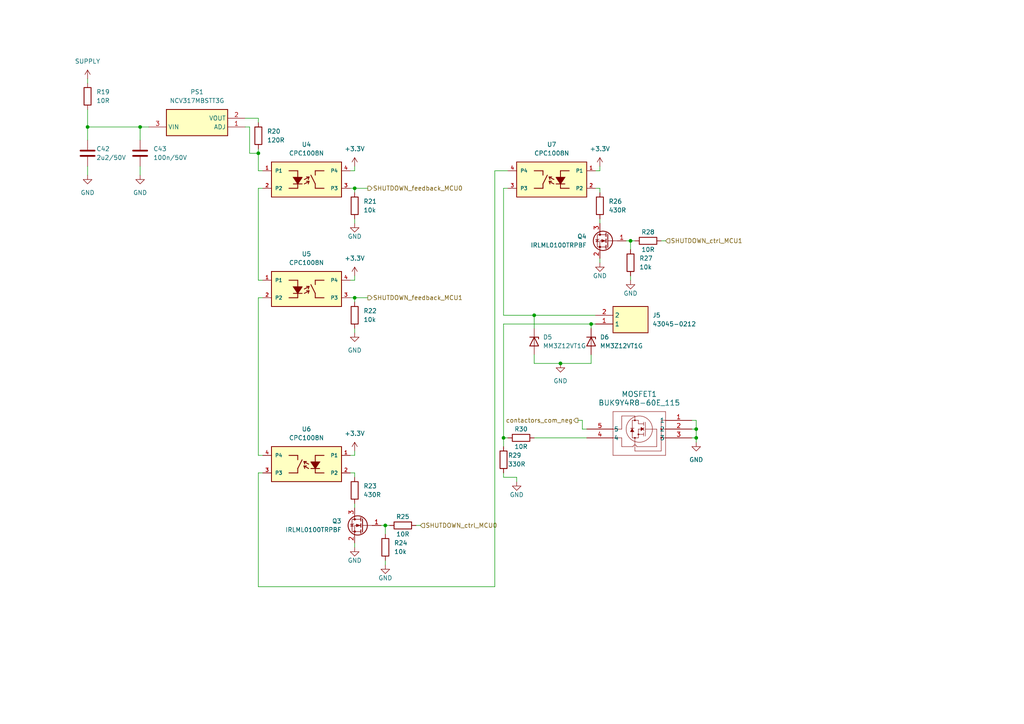
<source format=kicad_sch>
(kicad_sch (version 20230121) (generator eeschema)
  (paper "A4")
  (lib_symbols
    (symbol "43045-0212:43045-0212"
      (property "Reference" "J" (at 16.51 7.62 0))
      (property "Value" "43045-0212" (at 16.51 5.08 0))
      (symbol "43045-0212_1_1"
        (rectangle (start 5.08 2.54) (end 15.24 -5.08) (stroke (width 0.254)) (fill (type background)))
        (pin passive line (at 0 -2.54 0) (length 5.08) (name "1") (number "1"))
        (pin passive line (at 0 0 0) (length 5.08) (name "2") (number "2"))
      )
    )
    (symbol "BUK9Y4R8-60E,115:BUK9Y4R8-60E_115" (pin_names (offset 0.254))
      (property "Reference" "MOSFET" (at 15.24 7.62 0))
      (property "Value" "BUK9Y4R8-60E_115" (at 15.24 5.08 0))
      (symbol "BUK9Y4R8-60E_115_0_1"
        (polyline (pts (xy 7.62 -10.16) (xy 22.86 -10.16)) (stroke (width 0.127)))
        (polyline (pts (xy 7.62 -5.08) (xy 8.89 -5.08)) (stroke (width 0.127)))
        (polyline (pts (xy 7.62 -2.54) (xy 8.89 -2.54)) (stroke (width 0.127)))
        (polyline (pts (xy 7.62 0) (xy 8.89 0)) (stroke (width 0.127)))
        (polyline (pts (xy 7.62 2.54) (xy 7.62 -10.16)) (stroke (width 0.127)))
        (polyline (pts (xy 8.89 -8.89) (xy 16.51 -8.89)) (stroke (width 0.127)))
        (polyline (pts (xy 8.89 0) (xy 8.89 -8.89)) (stroke (width 0.127)))
        (polyline (pts (xy 10.16 -7.62) (xy 10.16 -2.54)) (stroke (width 0.127)))
        (polyline (pts (xy 13.462 -2.54) (xy 10.16 -2.54)) (stroke (width 0.127)))
        (polyline (pts (xy 13.462 -0.508) (xy 13.462 -4.572)) (stroke (width 0.127)))
        (polyline (pts (xy 13.97 -4.064) (xy 15.494 -4.064)) (stroke (width 0.127)))
        (polyline (pts (xy 13.97 -3.556) (xy 13.97 -4.572)) (stroke (width 0.127)))
        (polyline (pts (xy 13.97 -2.032) (xy 13.97 -3.048)) (stroke (width 0.127)))
        (polyline (pts (xy 13.97 -1.016) (xy 15.494 -1.016)) (stroke (width 0.127)))
        (polyline (pts (xy 13.97 -0.508) (xy 13.97 -1.524)) (stroke (width 0.127)))
        (polyline (pts (xy 15.494 -5.08) (xy 17.272 -5.08)) (stroke (width 0.127)))
        (polyline (pts (xy 15.494 -2.54) (xy 14.732 -2.54)) (stroke (width 0.127)))
        (polyline (pts (xy 15.494 -2.54) (xy 15.494 -5.08)) (stroke (width 0.127)))
        (polyline (pts (xy 15.494 0) (xy 15.494 -1.016)) (stroke (width 0.127)))
        (polyline (pts (xy 15.494 0) (xy 17.272 0)) (stroke (width 0.127)))
        (polyline (pts (xy 16.002 -7.62) (xy 10.16 -7.62)) (stroke (width 0.127)))
        (polyline (pts (xy 16.51 -8.89) (xy 16.51 -5.08)) (stroke (width 0.127)))
        (polyline (pts (xy 16.51 1.27) (xy 16.51 0)) (stroke (width 0.127)))
        (polyline (pts (xy 16.51 1.27) (xy 20.32 1.27)) (stroke (width 0.127)))
        (polyline (pts (xy 17.018 -7.62) (xy 20.32 -7.62)) (stroke (width 0.127)))
        (polyline (pts (xy 17.272 -5.08) (xy 17.272 -3.302)) (stroke (width 0.127)))
        (polyline (pts (xy 17.272 0) (xy 17.272 -2.286)) (stroke (width 0.127)))
        (polyline (pts (xy 17.78 -2.286) (xy 16.764 -2.286)) (stroke (width 0.127)))
        (polyline (pts (xy 20.32 -5.08) (xy 20.32 -7.62)) (stroke (width 0.127)))
        (polyline (pts (xy 20.32 1.27) (xy 20.32 -2.54)) (stroke (width 0.127)))
        (polyline (pts (xy 22.86 -10.16) (xy 22.86 2.54)) (stroke (width 0.127)))
        (polyline (pts (xy 22.86 -5.08) (xy 20.32 -5.08)) (stroke (width 0.127)))
        (polyline (pts (xy 22.86 -2.54) (xy 20.32 -2.54)) (stroke (width 0.127)))
        (polyline (pts (xy 22.86 2.54) (xy 7.62 2.54)) (stroke (width 0.127)))
        (polyline (pts (xy 13.97 -2.54) (xy 14.732 -2.032) (xy 14.732 -3.048)) (fill (type outline)))
        (polyline (pts (xy 17.272 -2.286) (xy 17.78 -3.302) (xy 16.764 -3.302)) (fill (type outline)))
        (circle (center 8.89 -5.08) (radius 0.127) (stroke (width 0.254)))
        (circle (center 8.89 -2.54) (radius 0.127) (stroke (width 0.254)))
        (circle (center 15.24 -2.54) (radius 3.81) (stroke (width 0.127)))
        (circle (center 15.494 -4.064) (radius 0.127) (stroke (width 0.254)))
        (circle (center 16.51 -5.08) (radius 0.127) (stroke (width 0.254)))
        (circle (center 16.51 0) (radius 0.127) (stroke (width 0.254)))
        (arc (start 17.018 -7.62) (mid 16.51 -7.1142) (end 16.002 -7.62) (stroke (width 0.127)))
        (pin unspecified line (at 0 0 0) (length 7.62) (name "1") (number "1"))
        (pin unspecified line (at 0 -2.54 0) (length 7.62) (name "2") (number "2"))
        (pin unspecified line (at 0 -5.08 0) (length 7.62) (name "3") (number "3"))
        (pin unspecified line (at 30.48 -5.08 180) (length 7.62) (name "4") (number "4"))
        (pin unspecified line (at 30.48 -2.54 180) (length 7.62) (name "5") (number "5"))
      )
    )
    (symbol "CPC1008N:CPC1008N" (pin_names (offset 1.016))
      (property "Reference" "U" (at -10.16 6.096 0))
      (property "Value" "CPC1008N" (at -10.16 -7.62 0))
      (symbol "CPC1008N_0_0"
        (rectangle (start -10.16 -5.08) (end 10.16 5.08) (stroke (width 0.254)) (fill (type background)))
        (polyline (pts (xy -5.08 2.54) (xy -2.54 2.54)) (stroke (width 0.254)))
        (polyline (pts (xy -3.81 -1.27) (xy -1.27 -1.27)) (stroke (width 0.254)))
        (polyline (pts (xy -2.54 -2.54) (xy -5.08 -2.54)) (stroke (width 0.254)))
        (polyline (pts (xy -2.54 2.54) (xy -2.54 -2.54)) (stroke (width 0.254)))
        (polyline (pts (xy -0.635 -1.27) (xy 0.635 -0.635)) (stroke (width 0.254)))
        (polyline (pts (xy -0.635 0) (xy 0.635 0.635)) (stroke (width 0.254)))
        (polyline (pts (xy 0.762 -0.508) (xy 0 -0.508)) (stroke (width 0.254)))
        (polyline (pts (xy 0.762 -0.508) (xy 0.508 -1.27)) (stroke (width 0.254)))
        (polyline (pts (xy 0.762 0.762) (xy 0 0.762)) (stroke (width 0.254)))
        (polyline (pts (xy 0.762 0.762) (xy 0.508 0)) (stroke (width 0.254)))
        (polyline (pts (xy 2.54 -2.54) (xy 2.54 -1.27)) (stroke (width 0.254)))
        (polyline (pts (xy 2.54 -1.27) (xy 1.27 1.27)) (stroke (width 0.254)))
        (polyline (pts (xy 2.54 1.27) (xy 2.54 2.54)) (stroke (width 0.254)))
        (polyline (pts (xy 2.54 2.54) (xy 5.08 2.54)) (stroke (width 0.254)))
        (polyline (pts (xy 5.08 -2.54) (xy 2.54 -2.54)) (stroke (width 0.254)))
        (polyline (pts (xy -3.81 0.635) (xy -1.27 0.635) (xy -2.54 -1.27) (xy -3.81 0.635)) (stroke (width 0.254)) (fill (type outline)))
        (pin passive line (at -12.7 2.54 0) (length 2.54) (name "P1") (number "1"))
        (pin passive line (at -12.7 -2.54 0) (length 2.54) (name "P2") (number "2"))
        (pin passive line (at 12.7 -2.54 180) (length 2.54) (name "P3") (number "3"))
        (pin passive line (at 12.7 2.54 180) (length 2.54) (name "P4") (number "4"))
      )
    )
    (symbol "Device:C" (pin_numbers hide) (pin_names (offset 0.254))
      (property "Reference" "C" (at 0.635 2.54 0))
      (property "Value" "C" (at 0.635 -2.54 0))
      (symbol "C_0_1"
        (polyline (pts (xy -2.032 -0.762) (xy 2.032 -0.762)) (stroke (width 0.508)))
        (polyline (pts (xy -2.032 0.762) (xy 2.032 0.762)) (stroke (width 0.508)))
      )
      (symbol "C_1_1"
        (pin passive line (at 0 3.81 270) (length 2.794) (name "~") (number "1"))
        (pin passive line (at 0 -3.81 90) (length 2.794) (name "~") (number "2"))
      )
    )
    (symbol "Device:D_Zener" (pin_numbers hide) (pin_names (offset 1.016) hide)
      (property "Reference" "D" (at 0 2.54 0))
      (property "Value" "D_Zener" (at 0 -2.54 0))
      (symbol "D_Zener_0_1"
        (polyline (pts (xy 1.27 0) (xy -1.27 0)))
        (polyline (pts (xy -1.27 -1.27) (xy -1.27 1.27) (xy -0.762 1.27)) (stroke (width 0.254)))
        (polyline (pts (xy 1.27 -1.27) (xy 1.27 1.27) (xy -1.27 0) (xy 1.27 -1.27)) (stroke (width 0.254)))
      )
      (symbol "D_Zener_1_1"
        (pin passive line (at -3.81 0 0) (length 2.54) (name "K") (number "1"))
        (pin passive line (at 3.81 0 180) (length 2.54) (name "A") (number "2"))
      )
    )
    (symbol "Device:R" (pin_numbers hide) (pin_names (offset 0))
      (property "Reference" "R" (at 2.032 0 90))
      (property "Value" "R" (at 0 0 90))
      (symbol "R_0_1"
        (rectangle (start -1.016 -2.54) (end 1.016 2.54) (stroke (width 0.254)))
      )
      (symbol "R_1_1"
        (pin passive line (at 0 3.81 270) (length 1.27) (name "~") (number "1"))
        (pin passive line (at 0 -3.81 90) (length 1.27) (name "~") (number "2"))
      )
    )
    (symbol "NCV317MBSTT3G:NCV317MBSTT3G"
      (property "Reference" "PS" (at 24.13 7.62 0))
      (property "Value" "NCV317MBSTT3G" (at 24.13 5.08 0))
      (symbol "NCV317MBSTT3G_1_1"
        (rectangle (start 5.08 2.54) (end 22.86 -5.08) (stroke (width 0.254)) (fill (type background)))
        (pin input line (at 0 0 0) (length 5.08) (name "ADJ") (number "1"))
        (pin output line (at 0 -2.54 0) (length 5.08) (name "VOUT") (number "2"))
        (pin output line (at 27.94 0 180) (length 5.08) (name "VIN") (number "3"))
      )
    )
    (symbol "Transistor_FET:IRLML0030" (pin_names hide)
      (property "Reference" "Q" (at 5.08 1.905 0))
      (property "Value" "IRLML0030" (at 5.08 0 0))
      (symbol "IRLML0030_0_1"
        (polyline (pts (xy 0.254 0) (xy -2.54 0)))
        (polyline (pts (xy 0.254 1.905) (xy 0.254 -1.905)) (stroke (width 0.254)))
        (polyline (pts (xy 0.762 -1.27) (xy 0.762 -2.286)) (stroke (width 0.254)))
        (polyline (pts (xy 0.762 0.508) (xy 0.762 -0.508)) (stroke (width 0.254)))
        (polyline (pts (xy 0.762 2.286) (xy 0.762 1.27)) (stroke (width 0.254)))
        (polyline (pts (xy 2.54 2.54) (xy 2.54 1.778)))
        (polyline (pts (xy 2.54 -2.54) (xy 2.54 0) (xy 0.762 0)))
        (polyline (pts (xy 0.762 -1.778) (xy 3.302 -1.778) (xy 3.302 1.778) (xy 0.762 1.778)))
        (polyline (pts (xy 1.016 0) (xy 2.032 0.381) (xy 2.032 -0.381) (xy 1.016 0)) (fill (type outline)))
        (polyline (pts (xy 2.794 0.508) (xy 2.921 0.381) (xy 3.683 0.381) (xy 3.81 0.254)))
        (polyline (pts (xy 3.302 0.381) (xy 2.921 -0.254) (xy 3.683 -0.254) (xy 3.302 0.381)))
        (circle (center 1.651 0) (radius 2.794) (stroke (width 0.254)))
        (circle (center 2.54 -1.778) (radius 0.254) (fill (type outline)))
        (circle (center 2.54 1.778) (radius 0.254) (fill (type outline)))
      )
      (symbol "IRLML0030_1_1"
        (pin input line (at -5.08 0 0) (length 2.54) (name "G") (number "1"))
        (pin passive line (at 2.54 -5.08 90) (length 2.54) (name "S") (number "2"))
        (pin passive line (at 2.54 5.08 270) (length 2.54) (name "D") (number "3"))
      )
    )
    (symbol "bmsPower_Symbols:+3V3_0" (power) (in_bom no) (on_board no)
      (property "Value" "+3V3_0" (at 0 3.302 0))
      (symbol "+3V3_0_0_1"
        (polyline (pts (xy -0.762 1.27) (xy 0 2.54)))
        (polyline (pts (xy 0 0) (xy 0 2.54)))
        (polyline (pts (xy 0 2.54) (xy 0.762 1.27)))
      )
      (symbol "+3V3_0_1_1"
        (pin power_in line (at 0 0 90) (length 0) hide (name "+3.3V") (number "1"))
      )
    )
    (symbol "bmsPower_Symbols:+3V3_1" (power) (in_bom no) (on_board no)
      (property "Value" "+3V3_1" (at 0 3.302 0))
      (symbol "+3V3_1_0_1"
        (polyline (pts (xy -0.762 1.27) (xy 0 2.54)))
        (polyline (pts (xy 0 0) (xy 0 2.54)))
        (polyline (pts (xy 0 2.54) (xy 0.762 1.27)))
      )
      (symbol "+3V3_1_1_1"
        (pin power_in line (at 0 0 90) (length 0) hide (name "+3.3V") (number "1"))
      )
    )
    (symbol "bmsPower_Symbols:GND_0" (power) (in_bom no) (on_board no)
      (property "Value" "GND_0" (at 0 -4.064 0))
      (symbol "GND_0_0_1"
        (polyline (pts (xy 0 0) (xy 0 -1.27) (xy 1.27 -1.27) (xy 0 -2.54) (xy -1.27 -1.27) (xy 0 -1.27)))
      )
      (symbol "GND_0_1_1"
        (pin power_in line (at 0 0 270) (length 0) hide (name "GND") (number "1"))
      )
    )
    (symbol "bmsPower_Symbols:GND_1" (power) (in_bom no) (on_board no)
      (property "Value" "GND_1" (at 0 -4.064 0))
      (symbol "GND_1_0_1"
        (polyline (pts (xy 0 0) (xy 0 -1.27) (xy 1.27 -1.27) (xy 0 -2.54) (xy -1.27 -1.27) (xy 0 -1.27)))
      )
      (symbol "GND_1_1_1"
        (pin power_in line (at 0 0 270) (length 0) hide (name "GND") (number "1"))
      )
    )
    (symbol "bmsPower_Symbols:GND_EXT_1" (power) (in_bom no) (on_board no)
      (property "Value" "GND_EXT_1" (at 0 -4.064 0))
      (symbol "GND_EXT_1_0_1"
        (polyline (pts (xy 0 0) (xy 0 -1.27) (xy 1.27 -1.27) (xy 0 -2.54) (xy -1.27 -1.27) (xy 0 -1.27)))
      )
      (symbol "GND_EXT_1_1_1"
        (pin power_in line (at 0 0 270) (length 0) hide (name "GND") (number "1"))
      )
    )
    (symbol "bmsPower_Symbols:SUPPLY_1" (power) (in_bom no) (on_board no)
      (property "Value" "SUPPLY_1" (at 0.254 3.302 0))
      (symbol "SUPPLY_1_0_1"
        (polyline (pts (xy -0.762 1.27) (xy 0 2.54)))
        (polyline (pts (xy 0 0) (xy 0 2.54)))
        (polyline (pts (xy 0 2.54) (xy 0.762 1.27)))
      )
      (symbol "SUPPLY_1_1_1"
        (pin power_in line (at 0 0 90) (length 0) hide (name "SUPPLY") (number "1"))
      )
    )
  )
  (junction (at 201.93 127))
  (junction (at 102.87 54.61))
  (junction (at 201.93 124.46))
  (junction (at 162.56 105.41))
  (junction (at 25.4 36.83))
  (junction (at 182.88 69.85))
  (junction (at 146.05 127))
  (junction (at 111.76 152.4))
  (junction (at 154.94 91.44))
  (junction (at 74.93 44.45))
  (junction (at 102.87 86.36))
  (junction (at 40.64 36.83))
  (junction (at 171.45 93.98))
  (wire (pts (xy 172.72 54.61) (xy 173.99 54.61)))
  (wire (pts (xy 102.87 146.05) (xy 102.87 147.32)))
  (wire (pts (xy 25.4 22.86) (xy 25.4 24.13)))
  (wire (pts (xy 71.12 36.83) (xy 72.39 36.83)))
  (wire (pts (xy 182.88 69.85) (xy 182.88 72.39)))
  (wire (pts (xy 72.39 44.45) (xy 74.93 44.45)))
  (wire (pts (xy 102.87 157.48) (xy 102.87 158.75)))
  (wire (pts (xy 102.87 54.61) (xy 102.87 55.88)))
  (wire (pts (xy 171.45 93.98) (xy 171.45 95.25)))
  (wire (pts (xy 40.64 36.83) (xy 40.64 40.64)))
  (wire (pts (xy 110.49 152.4) (xy 111.76 152.4)))
  (wire (pts (xy 146.05 137.16) (xy 146.05 138.43)))
  (wire (pts (xy 71.12 34.29) (xy 74.93 34.29)))
  (wire (pts (xy 101.6 86.36) (xy 102.87 86.36)))
  (wire (pts (xy 200.66 127) (xy 201.93 127)))
  (wire (pts (xy 111.76 152.4) (xy 111.76 154.94)))
  (wire (pts (xy 102.87 86.36) (xy 106.68 86.36)))
  (wire (pts (xy 168.91 124.46) (xy 170.18 124.46)))
  (wire (pts (xy 101.6 54.61) (xy 102.87 54.61)))
  (wire (pts (xy 74.93 86.36) (xy 74.93 132.08)))
  (wire (pts (xy 74.93 86.36) (xy 76.2 86.36)))
  (wire (pts (xy 25.4 48.26) (xy 25.4 50.8)))
  (wire (pts (xy 143.51 49.53) (xy 143.51 170.18)))
  (wire (pts (xy 102.87 63.5) (xy 102.87 64.77)))
  (wire (pts (xy 146.05 54.61) (xy 146.05 91.44)))
  (wire (pts (xy 74.93 49.53) (xy 76.2 49.53)))
  (wire (pts (xy 201.93 124.46) (xy 201.93 127)))
  (wire (pts (xy 171.45 102.87) (xy 171.45 105.41)))
  (wire (pts (xy 102.87 130.81) (xy 102.87 132.08)))
  (wire (pts (xy 191.77 69.85) (xy 193.04 69.85)))
  (wire (pts (xy 172.72 49.53) (xy 173.99 49.53)))
  (wire (pts (xy 120.65 152.4) (xy 121.92 152.4)))
  (wire (pts (xy 25.4 31.75) (xy 25.4 36.83)))
  (wire (pts (xy 111.76 162.56) (xy 111.76 163.83)))
  (wire (pts (xy 111.76 152.4) (xy 113.03 152.4)))
  (wire (pts (xy 102.87 137.16) (xy 102.87 138.43)))
  (wire (pts (xy 40.64 48.26) (xy 40.64 50.8)))
  (wire (pts (xy 74.93 137.16) (xy 74.93 170.18)))
  (wire (pts (xy 168.91 121.92) (xy 168.91 124.46)))
  (wire (pts (xy 146.05 54.61) (xy 147.32 54.61)))
  (wire (pts (xy 74.93 81.28) (xy 76.2 81.28)))
  (wire (pts (xy 173.99 63.5) (xy 173.99 64.77)))
  (wire (pts (xy 173.99 74.93) (xy 173.99 76.2)))
  (wire (pts (xy 182.88 80.01) (xy 182.88 81.28)))
  (wire (pts (xy 101.6 132.08) (xy 102.87 132.08)))
  (wire (pts (xy 181.61 69.85) (xy 182.88 69.85)))
  (wire (pts (xy 149.86 138.43) (xy 149.86 139.7)))
  (wire (pts (xy 154.94 127) (xy 170.18 127)))
  (wire (pts (xy 102.87 48.26) (xy 102.87 49.53)))
  (wire (pts (xy 101.6 137.16) (xy 102.87 137.16)))
  (wire (pts (xy 146.05 127) (xy 146.05 129.54)))
  (wire (pts (xy 173.99 48.26) (xy 173.99 49.53)))
  (wire (pts (xy 167.64 121.92) (xy 168.91 121.92)))
  (wire (pts (xy 200.66 121.92) (xy 201.93 121.92)))
  (wire (pts (xy 102.87 80.01) (xy 102.87 81.28)))
  (wire (pts (xy 102.87 86.36) (xy 102.87 87.63)))
  (wire (pts (xy 72.39 36.83) (xy 72.39 44.45)))
  (wire (pts (xy 74.93 137.16) (xy 76.2 137.16)))
  (wire (pts (xy 25.4 36.83) (xy 25.4 40.64)))
  (wire (pts (xy 40.64 36.83) (xy 43.18 36.83)))
  (wire (pts (xy 154.94 91.44) (xy 172.72 91.44)))
  (wire (pts (xy 146.05 93.98) (xy 171.45 93.98)))
  (wire (pts (xy 162.56 105.41) (xy 171.45 105.41)))
  (wire (pts (xy 171.45 93.98) (xy 172.72 93.98)))
  (wire (pts (xy 74.93 54.61) (xy 76.2 54.61)))
  (wire (pts (xy 74.93 54.61) (xy 74.93 81.28)))
  (wire (pts (xy 182.88 69.85) (xy 184.15 69.85)))
  (wire (pts (xy 74.93 43.18) (xy 74.93 44.45)))
  (wire (pts (xy 102.87 54.61) (xy 106.68 54.61)))
  (wire (pts (xy 146.05 138.43) (xy 149.86 138.43)))
  (wire (pts (xy 146.05 93.98) (xy 146.05 127)))
  (wire (pts (xy 74.93 132.08) (xy 76.2 132.08)))
  (wire (pts (xy 74.93 44.45) (xy 74.93 49.53)))
  (wire (pts (xy 74.93 170.18) (xy 143.51 170.18)))
  (wire (pts (xy 146.05 127) (xy 147.32 127)))
  (wire (pts (xy 201.93 121.92) (xy 201.93 124.46)))
  (wire (pts (xy 74.93 34.29) (xy 74.93 35.56)))
  (wire (pts (xy 201.93 127) (xy 201.93 128.27)))
  (wire (pts (xy 102.87 95.25) (xy 102.87 96.52)))
  (wire (pts (xy 143.51 49.53) (xy 147.32 49.53)))
  (wire (pts (xy 154.94 91.44) (xy 154.94 95.25)))
  (wire (pts (xy 200.66 124.46) (xy 201.93 124.46)))
  (wire (pts (xy 154.94 102.87) (xy 154.94 105.41)))
  (wire (pts (xy 101.6 81.28) (xy 102.87 81.28)))
  (wire (pts (xy 173.99 54.61) (xy 173.99 55.88)))
  (wire (pts (xy 25.4 36.83) (xy 40.64 36.83)))
  (wire (pts (xy 101.6 49.53) (xy 102.87 49.53)))
  (wire (pts (xy 146.05 91.44) (xy 154.94 91.44)))
  (wire (pts (xy 154.94 105.41) (xy 162.56 105.41)))
  (hierarchical_label "SHUTDOWN_ctrl_MCU1" (shape input) (at 193.04 69.85 0))
  (hierarchical_label "contactors_com_neg" (shape output) (at 167.64 121.92 180))
  (hierarchical_label "SHUTDOWN_feedback_MCU1" (shape output) (at 106.68 86.36 0))
  (hierarchical_label "SHUTDOWN_ctrl_MCU0" (shape input) (at 121.92 152.4 0))
  (hierarchical_label "SHUTDOWN_feedback_MCU0" (shape output) (at 106.68 54.61 0))
  (symbol (lib_id "Device:D_Zener") (at 154.94 99.06 270) (unit 1)
    (property "Reference" "D5" (at 157.48 97.79 90) (effects (justify left)))
    (property "Value" "MM3Z12VT1G" (at 157.48 100.33 90) (effects (justify left)))
    (property "Footprint" "Diode_SMD:D_SOD-323" (effects hide))
  )
  (symbol (lib_id "Device:R") (at 151.13 127 90) (unit 1)
    (property "Reference" "R30" (at 151.13 124.46 90))
    (property "Value" "10R" (at 151.13 129.54 90))
    (property "Footprint" "Resistor_SMD:R_0603_1608Metric" (effects hide))
  )
  (symbol (lib_id "CPC1008N:CPC1008N") (at 88.9 134.62 0) (mirror y) (unit 1)
    (property "Reference" "U6" (at 88.9 124.46 0))
    (property "Value" "CPC1008N" (at 88.9 127 0))
    (property "Footprint" "CPC1008N:CLARE_SO4" (effects hide))
    (property "MF" "IXYS Integrated Circuits Division" (effects hide))
    (property "Description" "\nSolid State Relay 50mA 1.5V DC-IN 0.15A 100V AC/DC-OUT 4-Pin SOP Tube\n" (effects hide))
    (property "Package" "SOP-4 IXYS Integrated Circuits Division" (effects hide))
    (property "Price" "None" (effects hide))
    (property "SnapEDA_Link" "https://www.snapeda.com/parts/CPC1008N/IXYS+Integrated+Circuits+Division/view-part/?ref=snap" (effects hide))
    (property "MP" "CPC1008N" (effects hide))
    (property "Purchase-URL" "https://www.snapeda.com/api/url_track_click_mouser/?unipart_id=5508858&manufacturer=IXYS Integrated Circuits Division&part_name=CPC1008N&search_term=None" (effects hide))
    (property "Availability" "In Stock" (effects hide))
    (property "Check_prices" "https://www.snapeda.com/parts/CPC1008N/IXYS+Integrated+Circuits+Division/view-part/?ref=eda" (effects hide))
  )
  (symbol (lib_id "43045-0212:43045-0212") (at 172.72 91.44 0) (unit 1)
    (property "Reference" "J5" (at 189.23 91.44 0) (effects (justify left)))
    (property "Value" "43045-0212" (at 189.23 93.98 0) (effects (justify left)))
    (property "Footprint" "43045-02YY_121314" (effects hide))
    (property "Datasheet" "https://www.molex.com/pdm_docs/sd/430450612_sd.pdf" (effects hide))
    (property "Height" "9.91" (effects hide))
    (property "Manufacturer_Name" "Molex" (effects hide))
    (property "Manufacturer_Part_Number" "43045-0212" (effects hide))
    (property "Mouser Part Number" "538-430-45-0212" (effects hide))
    (property "Mouser Price/Stock" "https://www.mouser.co.uk/ProductDetail/Molex/43045-0212?qs=QtQX4uD3c2XFLtjr%252BHeRmQ%3D%3D" (effects hide))
  )
  (symbol (lib_id "CPC1008N:CPC1008N") (at 88.9 52.07 0) (unit 1)
    (property "Reference" "U4" (at 88.9 41.91 0))
    (property "Value" "CPC1008N" (at 88.9 44.45 0))
    (property "Footprint" "CPC1008N:CLARE_SO4" (effects hide))
    (property "MF" "IXYS Integrated Circuits Division" (effects hide))
    (property "Description" "\nSolid State Relay 50mA 1.5V DC-IN 0.15A 100V AC/DC-OUT 4-Pin SOP Tube\n" (effects hide))
    (property "Package" "SOP-4 IXYS Integrated Circuits Division" (effects hide))
    (property "Price" "None" (effects hide))
    (property "SnapEDA_Link" "https://www.snapeda.com/parts/CPC1008N/IXYS+Integrated+Circuits+Division/view-part/?ref=snap" (effects hide))
    (property "MP" "CPC1008N" (effects hide))
    (property "Purchase-URL" "https://www.snapeda.com/api/url_track_click_mouser/?unipart_id=5508858&manufacturer=IXYS Integrated Circuits Division&part_name=CPC1008N&search_term=None" (effects hide))
    (property "Availability" "In Stock" (effects hide))
    (property "Check_prices" "https://www.snapeda.com/parts/CPC1008N/IXYS+Integrated+Circuits+Division/view-part/?ref=eda" (effects hide))
  )
  (symbol (lib_id "Device:R") (at 187.96 69.85 90) (unit 1)
    (property "Reference" "R28" (at 187.96 67.31 90))
    (property "Value" "10R" (at 187.96 72.39 90))
    (property "Footprint" "Resistor_SMD:R_0603_1608Metric" (effects hide))
  )
  (symbol (lib_id "Device:R") (at 111.76 158.75 0) (unit 1)
    (property "Reference" "R24" (at 114.3 157.48 0) (effects (justify left)))
    (property "Value" "10k" (at 114.3 160.02 0) (effects (justify left)))
    (property "Footprint" "Resistor_SMD:R_0603_1608Metric" (effects hide))
  )
  (symbol (lib_id "bmsPower_Symbols:GND_0") (at 111.76 163.83 0) (unit 1) (in_bom no) (on_board no)
    (property "Reference" "#PWR051" (effects hide))
    (property "Value" "GND_0" (at 111.76 167.64 0))
  )
  (symbol (lib_id "CPC1008N:CPC1008N") (at 160.02 52.07 0) (mirror y) (unit 1)
    (property "Reference" "U7" (at 160.02 41.91 0))
    (property "Value" "CPC1008N" (at 160.02 44.45 0))
    (property "Footprint" "CPC1008N:CLARE_SO4" (effects hide))
    (property "MF" "IXYS Integrated Circuits Division" (effects hide))
    (property "Description" "\nSolid State Relay 50mA 1.5V DC-IN 0.15A 100V AC/DC-OUT 4-Pin SOP Tube\n" (effects hide))
    (property "Package" "SOP-4 IXYS Integrated Circuits Division" (effects hide))
    (property "Price" "None" (effects hide))
    (property "SnapEDA_Link" "https://www.snapeda.com/parts/CPC1008N/IXYS+Integrated+Circuits+Division/view-part/?ref=snap" (effects hide))
    (property "MP" "CPC1008N" (effects hide))
    (property "Purchase-URL" "https://www.snapeda.com/api/url_track_click_mouser/?unipart_id=5508858&manufacturer=IXYS Integrated Circuits Division&part_name=CPC1008N&search_term=None" (effects hide))
    (property "Availability" "In Stock" (effects hide))
    (property "Check_prices" "https://www.snapeda.com/parts/CPC1008N/IXYS+Integrated+Circuits+Division/view-part/?ref=eda" (effects hide))
  )
  (symbol (lib_id "bmsPower_Symbols:GND_1") (at 182.88 81.28 0) (unit 1) (in_bom no) (on_board no)
    (property "Reference" "#PWR054" (effects hide))
    (property "Value" "GND_1" (at 182.88 85.09 0))
  )
  (symbol (lib_id "Device:R") (at 182.88 76.2 0) (unit 1)
    (property "Reference" "R27" (at 185.42 74.93 0) (effects (justify left)))
    (property "Value" "10k" (at 185.42 77.47 0) (effects (justify left)))
    (property "Footprint" "Resistor_SMD:R_0603_1608Metric" (effects hide))
  )
  (symbol (lib_id "Device:R") (at 102.87 91.44 0) (unit 1)
    (property "Reference" "R22" (at 105.41 90.17 0) (effects (justify left)))
    (property "Value" "10k" (at 105.41 92.71 0) (effects (justify left)))
    (property "Footprint" "Resistor_SMD:R_0603_1608Metric" (effects hide))
  )
  (symbol (lib_id "Device:R") (at 146.05 133.35 0) (unit 1)
    (property "Reference" "R29" (at 147.32 132.08 0) (effects (justify left)))
    (property "Value" "330R" (at 147.32 134.62 0) (effects (justify left)))
    (property "Footprint" "Resistor_SMD:R_0603_1608Metric" (effects hide))
  )
  (symbol (lib_id "bmsPower_Symbols:GND_EXT_1") (at 201.93 128.27 0) (unit 1) (in_bom no) (on_board no)
    (property "Reference" "#PWR056" (effects hide))
    (property "Value" "GND_EXT_1" (at 201.93 133.35 0))
  )
  (symbol (lib_id "Transistor_FET:IRLML0030") (at 176.53 69.85 0) (mirror y) (unit 1)
    (property "Reference" "Q4" (at 170.18 68.58 0) (effects (justify left)))
    (property "Value" "IRLML0100TRPBF" (at 170.18 71.12 0) (effects (justify left)))
    (property "Footprint" "Package_TO_SOT_SMD:SOT-23" (effects hide))
    (property "Datasheet" "https://www.infineon.com/dgdl/irlml0030pbf.pdf?fileId=5546d462533600a401535664773825df" (effects hide))
  )
  (symbol (lib_id "Device:R") (at 74.93 39.37 0) (unit 1)
    (property "Reference" "R20" (at 77.47 38.1 0) (effects (justify left)))
    (property "Value" "120R" (at 77.47 40.64 0) (effects (justify left)))
    (property "Footprint" "Resistor_SMD:R_0603_1608Metric" (effects hide))
  )
  (symbol (lib_id "bmsPower_Symbols:GND_EXT_1") (at 40.64 50.8 0) (unit 1) (in_bom no) (on_board no)
    (property "Reference" "#PWR044" (effects hide))
    (property "Value" "GND_EXT_1" (at 40.64 55.88 0))
  )
  (symbol (lib_id "bmsPower_Symbols:GND_1") (at 173.99 76.2 0) (unit 1) (in_bom no) (on_board no)
    (property "Reference" "#PWR053" (effects hide))
    (property "Value" "GND_1" (at 173.99 80.01 0))
  )
  (symbol (lib_id "Device:R") (at 173.99 59.69 0) (unit 1)
    (property "Reference" "R26" (at 176.53 58.42 0) (effects (justify left)))
    (property "Value" "430R" (at 176.53 60.96 0) (effects (justify left)))
    (property "Footprint" "Resistor_SMD:R_0603_1608Metric" (effects hide))
  )
  (symbol (lib_id "Device:R") (at 102.87 142.24 0) (unit 1)
    (property "Reference" "R23" (at 105.41 140.97 0) (effects (justify left)))
    (property "Value" "430R" (at 105.41 143.51 0) (effects (justify left)))
    (property "Footprint" "Resistor_SMD:R_0603_1608Metric" (effects hide))
  )
  (symbol (lib_id "BUK9Y4R8-60E,115:BUK9Y4R8-60E_115") (at 200.66 121.92 0) (mirror y) (unit 1)
    (property "Reference" "MOSFET1" (at 185.42 114.3 0) (effects (font (size 1.524 1.524))))
    (property "Value" "BUK9Y4R8-60E_115" (at 185.42 116.84 0) (effects (font (size 1.524 1.524))))
    (property "Footprint" "LFPAK56_POWER-SO8_SOT669_NEX" (effects hide))
    (property "Datasheet" "BUK9Y4R8-60E_115" (effects hide))
  )
  (symbol (lib_id "Device:R") (at 25.4 27.94 0) (unit 1)
    (property "Reference" "R19" (at 27.94 26.67 0) (effects (justify left)))
    (property "Value" "10R" (at 27.94 29.21 0) (effects (justify left)))
    (property "Footprint" "Resistor_SMD:R_0603_1608Metric" (effects hide))
  )
  (symbol (lib_id "bmsPower_Symbols:GND_1") (at 102.87 96.52 0) (unit 1) (in_bom no) (on_board no)
    (property "Reference" "#PWR047" (effects hide))
    (property "Value" "GND_1" (at 102.87 101.6 0))
  )
  (symbol (lib_id "bmsPower_Symbols:+3V3_1") (at 173.99 48.26 0) (unit 1) (in_bom no) (on_board no)
    (property "Reference" "#PWR052" (effects hide))
    (property "Value" "+3V3_1" (at 173.99 43.18 0))
  )
  (symbol (lib_id "bmsPower_Symbols:GND_EXT_1") (at 162.56 105.41 0) (unit 1) (in_bom no) (on_board no)
    (property "Reference" "#PWR055" (effects hide))
    (property "Value" "GND_EXT_1" (at 162.56 110.49 0))
  )
  (symbol (lib_id "Transistor_FET:IRLML0030") (at 105.41 152.4 0) (mirror y) (unit 1)
    (property "Reference" "Q3" (at 99.06 151.13 0) (effects (justify left)))
    (property "Value" "IRLML0100TRPBF" (at 99.06 153.67 0) (effects (justify left)))
    (property "Footprint" "Package_TO_SOT_SMD:SOT-23" (effects hide))
    (property "Datasheet" "https://www.infineon.com/dgdl/irlml0030pbf.pdf?fileId=5546d462533600a401535664773825df" (effects hide))
  )
  (symbol (lib_id "Device:C") (at 25.4 44.45 0) (unit 1)
    (property "Reference" "C42" (at 27.94 43.18 0) (effects (justify left)))
    (property "Value" "2u2/50V" (at 27.94 45.72 0) (effects (justify left)))
    (property "Footprint" "Capacitor_SMD:C_0805_2012Metric" (effects hide))
  )
  (symbol (lib_id "bmsPower_Symbols:+3V3_1") (at 102.87 80.01 0) (unit 1) (in_bom no) (on_board no)
    (property "Reference" "#PWR048" (effects hide))
    (property "Value" "+3V3_1" (at 102.87 74.93 0))
  )
  (symbol (lib_id "Device:R") (at 102.87 59.69 0) (unit 1)
    (property "Reference" "R21" (at 105.41 58.42 0) (effects (justify left)))
    (property "Value" "10k" (at 105.41 60.96 0) (effects (justify left)))
    (property "Footprint" "Resistor_SMD:R_0603_1608Metric" (effects hide))
  )
  (symbol (lib_id "NCV317MBSTT3G:NCV317MBSTT3G") (at 71.12 36.83 180) (unit 1)
    (property "Reference" "PS1" (at 57.15 26.67 0))
    (property "Value" "NCV317MBSTT3G" (at 57.15 29.21 0))
    (property "Footprint" "SOT230P700X180-3N" (effects hide))
    (property "Datasheet" "https://ms.componentsearchengine.com/Datasheets/2/NCV317MBSTT3G.pdf" (effects hide))
    (property "Height" "1.8" (effects hide))
    (property "Manufacturer_Name" "onsemi" (effects hide))
    (property "Manufacturer_Part_Number" "NCV317MBSTT3G" (effects hide))
    (property "Mouser Part Number" "863-NCV317MBSTT3G" (effects hide))
    (property "Mouser Price/Stock" "https://www.mouser.co.uk/ProductDetail/onsemi/NCV317MBSTT3G?qs=3PKVEWFFm2%252BSS0n2wMgniA%3D%3D" (effects hide))
    (property "Arrow Part Number" "NCV317MBSTT3G" (effects hide))
    (property "Arrow Price/Stock" "https://www.arrow.com/en/products/ncv317mbstt3g/on-semiconductor?region=nac" (effects hide))
  )
  (symbol (lib_id "Device:D_Zener") (at 171.45 99.06 270) (unit 1)
    (property "Reference" "D6" (at 173.99 97.79 90) (effects (justify left)))
    (property "Value" "MM3Z12VT1G" (at 173.99 100.33 90) (effects (justify left)))
    (property "Footprint" "Diode_SMD:D_SOD-323" (effects hide))
  )
  (symbol (lib_id "bmsPower_Symbols:+3V3_0") (at 102.87 48.26 0) (unit 1) (in_bom no) (on_board no)
    (property "Reference" "#PWR045" (effects hide))
    (property "Value" "+3V3_0" (at 102.87 43.18 0))
  )
  (symbol (lib_id "bmsPower_Symbols:SUPPLY_1") (at 25.4 22.86 0) (unit 1) (in_bom no) (on_board no)
    (property "Reference" "#PWR042" (effects hide))
    (property "Value" "SUPPLY_1" (at 25.4 17.78 0))
  )
  (symbol (lib_id "Device:R") (at 116.84 152.4 90) (unit 1)
    (property "Reference" "R25" (at 116.84 149.86 90))
    (property "Value" "10R" (at 116.84 154.94 90))
    (property "Footprint" "Resistor_SMD:R_0603_1608Metric" (effects hide))
  )
  (symbol (lib_id "CPC1008N:CPC1008N") (at 88.9 83.82 0) (unit 1)
    (property "Reference" "U5" (at 88.9 73.66 0))
    (property "Value" "CPC1008N" (at 88.9 76.2 0))
    (property "Footprint" "CPC1008N:CLARE_SO4" (effects hide))
    (property "MF" "IXYS Integrated Circuits Division" (effects hide))
    (property "Description" "\nSolid State Relay 50mA 1.5V DC-IN 0.15A 100V AC/DC-OUT 4-Pin SOP Tube\n" (effects hide))
    (property "Package" "SOP-4 IXYS Integrated Circuits Division" (effects hide))
    (property "Price" "None" (effects hide))
    (property "SnapEDA_Link" "https://www.snapeda.com/parts/CPC1008N/IXYS+Integrated+Circuits+Division/view-part/?ref=snap" (effects hide))
    (property "MP" "CPC1008N" (effects hide))
    (property "Purchase-URL" "https://www.snapeda.com/api/url_track_click_mouser/?unipart_id=5508858&manufacturer=IXYS Integrated Circuits Division&part_name=CPC1008N&search_term=None" (effects hide))
    (property "Availability" "In Stock" (effects hide))
    (property "Check_prices" "https://www.snapeda.com/parts/CPC1008N/IXYS+Integrated+Circuits+Division/view-part/?ref=eda" (effects hide))
  )
  (symbol (lib_id "bmsPower_Symbols:GND_EXT_1") (at 149.86 139.7 0) (unit 1) (in_bom no) (on_board no)
    (property "Reference" "#PWR057" (effects hide))
    (property "Value" "GND_EXT_1" (at 149.86 143.51 0))
  )
  (symbol (lib_id "bmsPower_Symbols:GND_0") (at 102.87 64.77 0) (unit 1) (in_bom no) (on_board no)
    (property "Reference" "#PWR046" (effects hide))
    (property "Value" "GND_0" (at 102.87 68.58 0))
  )
  (symbol (lib_id "bmsPower_Symbols:GND_0") (at 102.87 158.75 0) (unit 1) (in_bom no) (on_board no)
    (property "Reference" "#PWR050" (effects hide))
    (property "Value" "GND_0" (at 102.87 162.56 0))
  )
  (symbol (lib_id "bmsPower_Symbols:+3V3_0") (at 102.87 130.81 0) (unit 1) (in_bom no) (on_board no)
    (property "Reference" "#PWR049" (effects hide))
    (property "Value" "+3V3_0" (at 102.87 125.73 0))
  )
  (symbol (lib_id "Device:C") (at 40.64 44.45 0) (unit 1)
    (property "Reference" "C43" (at 44.45 43.18 0) (effects (justify left)))
    (property "Value" "100n/50V" (at 44.45 45.72 0) (effects (justify left)))
    (property "Footprint" "Capacitor_SMD:C_0603_1608Metric" (effects hide))
  )
  (symbol (lib_id "bmsPower_Symbols:GND_EXT_1") (at 25.4 50.8 0) (unit 1) (in_bom no) (on_board no)
    (property "Reference" "#PWR043" (effects hide))
    (property "Value" "GND_EXT_1" (at 25.4 55.88 0))
  )
)
</source>
